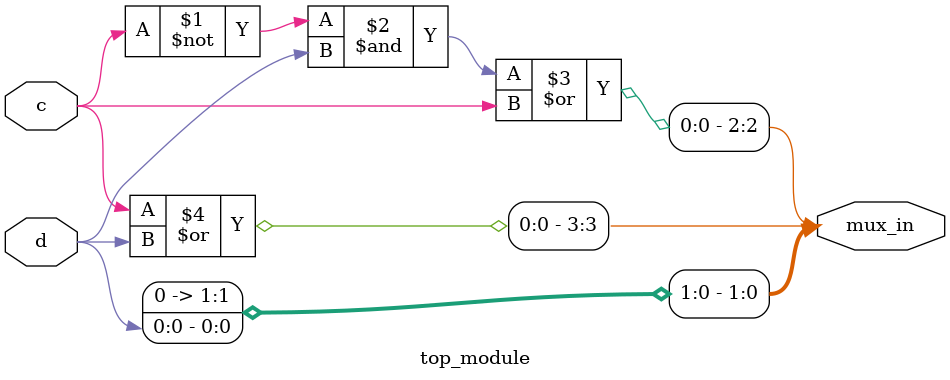
<source format=sv>
module top_module (
    input c,
    input d,
    output [3:0] mux_in
);

    assign mux_in[0] = d;              // ab = 00 -> mux_in[0]
    assign mux_in[1] = 0;              // ab = 01 -> mux_in[1]
    assign mux_in[2] = (~c & d) | c;   // ab = 11 -> mux_in[2]
    assign mux_in[3] = c | d;          // ab = 10 -> mux_in[3]

endmodule

</source>
